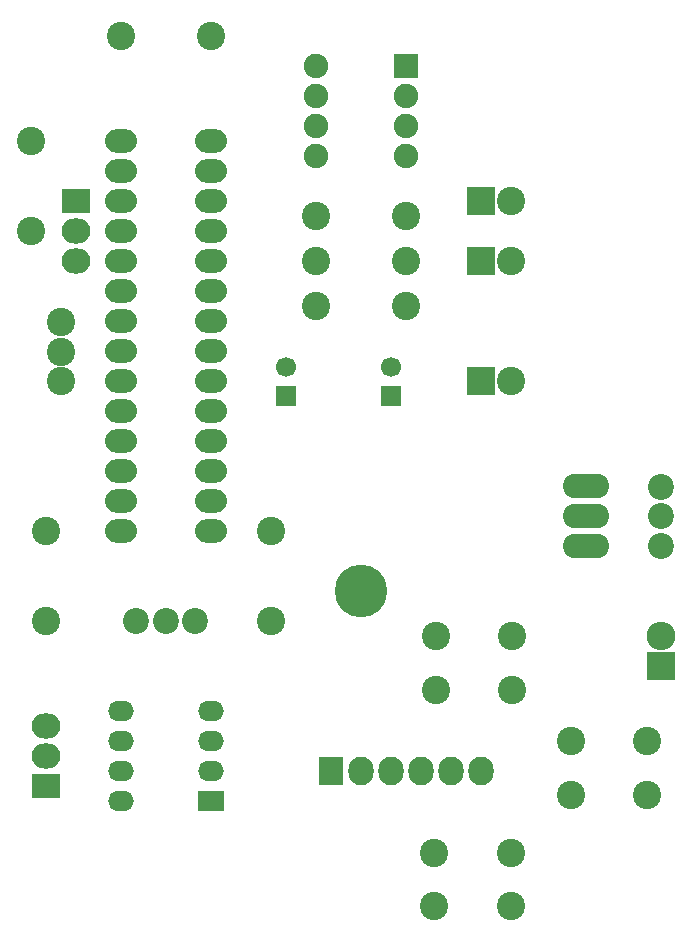
<source format=gbr>
G04 #@! TF.FileFunction,Soldermask,Top*
%FSLAX46Y46*%
G04 Gerber Fmt 4.6, Leading zero omitted, Abs format (unit mm)*
G04 Created by KiCad (PCBNEW 4.0.2+dfsg1-stable) date mer. 16 août 2017 22:41:30 CEST*
%MOMM*%
G01*
G04 APERTURE LIST*
%ADD10C,0.100000*%
%ADD11R,2.432000X2.432000*%
%ADD12O,2.432000X2.432000*%
%ADD13R,1.700000X1.700000*%
%ADD14C,1.700000*%
%ADD15R,2.400000X2.400000*%
%ADD16C,2.400000*%
%ADD17R,2.127200X2.432000*%
%ADD18O,2.127200X2.432000*%
%ADD19C,2.200000*%
%ADD20R,2.432000X2.127200*%
%ADD21O,2.432000X2.127200*%
%ADD22C,2.398980*%
%ADD23R,2.076400X2.076400*%
%ADD24C,2.076400*%
%ADD25R,2.178000X1.700000*%
%ADD26O,2.178000X1.700000*%
%ADD27O,2.700000X2.000000*%
%ADD28O,3.900120X2.099260*%
%ADD29C,4.464000*%
G04 APERTURE END LIST*
D10*
D11*
X236220000Y-118110000D03*
D12*
X236220000Y-115570000D03*
D13*
X213360000Y-95250000D03*
D14*
X213360000Y-92750000D03*
D13*
X204470000Y-95250000D03*
D14*
X204470000Y-92750000D03*
D15*
X220980000Y-93980000D03*
D16*
X223520000Y-93980000D03*
D15*
X220980000Y-83820000D03*
D16*
X223520000Y-83820000D03*
D15*
X220980000Y-78740000D03*
D16*
X223520000Y-78740000D03*
D17*
X208280000Y-127000000D03*
D18*
X210820000Y-127000000D03*
X213360000Y-127000000D03*
X215900000Y-127000000D03*
X218440000Y-127000000D03*
X220980000Y-127000000D03*
D19*
X236220000Y-107910000D03*
X236220000Y-105410000D03*
X236220000Y-102910000D03*
D20*
X184150000Y-128270000D03*
D21*
X184150000Y-125730000D03*
X184150000Y-123190000D03*
D22*
X207010000Y-87630000D03*
X214630000Y-87630000D03*
X207010000Y-83820000D03*
X214630000Y-83820000D03*
X207010000Y-80010000D03*
X214630000Y-80010000D03*
X184150000Y-114300000D03*
X184150000Y-106680000D03*
X203200000Y-114300000D03*
X203200000Y-106680000D03*
X182880000Y-81280000D03*
X182880000Y-73660000D03*
X198120000Y-64770000D03*
X190500000Y-64770000D03*
D16*
X223520000Y-133930000D03*
X223520000Y-138430000D03*
X217020000Y-133930000D03*
X217020000Y-138430000D03*
X228600000Y-128960000D03*
X228600000Y-124460000D03*
X235100000Y-128960000D03*
X235100000Y-124460000D03*
X217170000Y-120070000D03*
X217170000Y-115570000D03*
X223670000Y-120070000D03*
X223670000Y-115570000D03*
D19*
X196810000Y-114300000D03*
X194310000Y-114300000D03*
X191810000Y-114300000D03*
D23*
X214630000Y-67310000D03*
D24*
X214630000Y-69850000D03*
X214630000Y-72390000D03*
X214630000Y-74930000D03*
X207010000Y-74930000D03*
X207010000Y-72390000D03*
X207010000Y-69850000D03*
X207010000Y-67310000D03*
D25*
X198120000Y-129540000D03*
D26*
X198120000Y-127000000D03*
X198120000Y-124460000D03*
X198120000Y-121920000D03*
X190500000Y-121920000D03*
X190500000Y-124460000D03*
X190500000Y-127000000D03*
X190500000Y-129540000D03*
D16*
X185420000Y-93980000D03*
X185420000Y-91480000D03*
X185420000Y-88980000D03*
D27*
X190500000Y-73660000D03*
X190500000Y-76200000D03*
X190500000Y-78740000D03*
X190500000Y-81280000D03*
X190500000Y-83820000D03*
X190500000Y-86360000D03*
X190500000Y-88900000D03*
X190500000Y-91440000D03*
X190500000Y-93980000D03*
X190500000Y-96520000D03*
X190500000Y-99060000D03*
X190500000Y-101600000D03*
X190500000Y-104140000D03*
X190500000Y-106680000D03*
X198120000Y-106680000D03*
X198120000Y-104140000D03*
X198120000Y-101600000D03*
X198120000Y-99060000D03*
X198120000Y-96520000D03*
X198120000Y-93980000D03*
X198120000Y-91440000D03*
X198120000Y-88900000D03*
X198120000Y-86360000D03*
X198120000Y-83820000D03*
X198120000Y-81280000D03*
X198120000Y-78740000D03*
X198120000Y-76200000D03*
X198120000Y-73660000D03*
D28*
X229870000Y-105410000D03*
X229870000Y-102870000D03*
X229870000Y-107950000D03*
D20*
X186690000Y-78740000D03*
D21*
X186690000Y-81280000D03*
X186690000Y-83820000D03*
D29*
X210820000Y-111760000D03*
M02*

</source>
